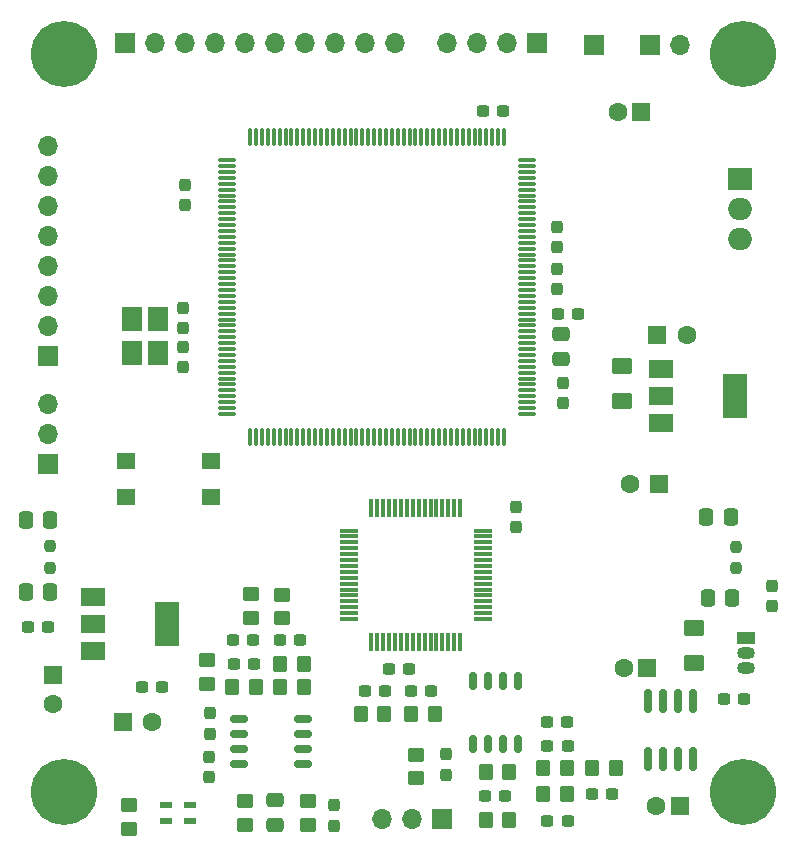
<source format=gts>
G04 #@! TF.GenerationSoftware,KiCad,Pcbnew,7.0.2*
G04 #@! TF.CreationDate,2023-11-02T18:56:16+01:00*
G04 #@! TF.ProjectId,stm_audio_board_V2,73746d5f-6175-4646-996f-5f626f617264,rev?*
G04 #@! TF.SameCoordinates,Original*
G04 #@! TF.FileFunction,Soldermask,Top*
G04 #@! TF.FilePolarity,Negative*
%FSLAX46Y46*%
G04 Gerber Fmt 4.6, Leading zero omitted, Abs format (unit mm)*
G04 Created by KiCad (PCBNEW 7.0.2) date 2023-11-02 18:56:16*
%MOMM*%
%LPD*%
G01*
G04 APERTURE LIST*
G04 Aperture macros list*
%AMRoundRect*
0 Rectangle with rounded corners*
0 $1 Rounding radius*
0 $2 $3 $4 $5 $6 $7 $8 $9 X,Y pos of 4 corners*
0 Add a 4 corners polygon primitive as box body*
4,1,4,$2,$3,$4,$5,$6,$7,$8,$9,$2,$3,0*
0 Add four circle primitives for the rounded corners*
1,1,$1+$1,$2,$3*
1,1,$1+$1,$4,$5*
1,1,$1+$1,$6,$7*
1,1,$1+$1,$8,$9*
0 Add four rect primitives between the rounded corners*
20,1,$1+$1,$2,$3,$4,$5,0*
20,1,$1+$1,$4,$5,$6,$7,0*
20,1,$1+$1,$6,$7,$8,$9,0*
20,1,$1+$1,$8,$9,$2,$3,0*%
G04 Aperture macros list end*
%ADD10R,1.725000X2.100000*%
%ADD11RoundRect,0.237500X0.300000X0.237500X-0.300000X0.237500X-0.300000X-0.237500X0.300000X-0.237500X0*%
%ADD12RoundRect,0.250000X-0.350000X-0.450000X0.350000X-0.450000X0.350000X0.450000X-0.350000X0.450000X0*%
%ADD13RoundRect,0.237500X0.237500X-0.300000X0.237500X0.300000X-0.237500X0.300000X-0.237500X-0.300000X0*%
%ADD14RoundRect,0.237500X-0.237500X0.300000X-0.237500X-0.300000X0.237500X-0.300000X0.237500X0.300000X0*%
%ADD15C,5.600000*%
%ADD16R,2.000000X1.905000*%
%ADD17O,2.000000X1.905000*%
%ADD18RoundRect,0.250000X0.337500X0.475000X-0.337500X0.475000X-0.337500X-0.475000X0.337500X-0.475000X0*%
%ADD19R,1.500000X1.050000*%
%ADD20O,1.500000X1.050000*%
%ADD21RoundRect,0.150000X0.625000X0.150000X-0.625000X0.150000X-0.625000X-0.150000X0.625000X-0.150000X0*%
%ADD22RoundRect,0.150000X-0.150000X0.625000X-0.150000X-0.625000X0.150000X-0.625000X0.150000X0.625000X0*%
%ADD23RoundRect,0.250001X-0.624999X0.462499X-0.624999X-0.462499X0.624999X-0.462499X0.624999X0.462499X0*%
%ADD24RoundRect,0.237500X-0.300000X-0.237500X0.300000X-0.237500X0.300000X0.237500X-0.300000X0.237500X0*%
%ADD25R,1.700000X1.700000*%
%ADD26RoundRect,0.075000X-0.675000X-0.075000X0.675000X-0.075000X0.675000X0.075000X-0.675000X0.075000X0*%
%ADD27RoundRect,0.075000X-0.075000X-0.675000X0.075000X-0.675000X0.075000X0.675000X-0.075000X0.675000X0*%
%ADD28O,1.700000X1.700000*%
%ADD29R,1.600000X1.400000*%
%ADD30RoundRect,0.250000X0.450000X-0.350000X0.450000X0.350000X-0.450000X0.350000X-0.450000X-0.350000X0*%
%ADD31RoundRect,0.250000X-0.450000X0.350000X-0.450000X-0.350000X0.450000X-0.350000X0.450000X0.350000X0*%
%ADD32RoundRect,0.237500X-0.237500X0.250000X-0.237500X-0.250000X0.237500X-0.250000X0.237500X0.250000X0*%
%ADD33RoundRect,0.250000X0.350000X0.450000X-0.350000X0.450000X-0.350000X-0.450000X0.350000X-0.450000X0*%
%ADD34R,1.000000X0.600000*%
%ADD35RoundRect,0.150000X-0.150000X0.825000X-0.150000X-0.825000X0.150000X-0.825000X0.150000X0.825000X0*%
%ADD36RoundRect,0.075000X0.700000X0.075000X-0.700000X0.075000X-0.700000X-0.075000X0.700000X-0.075000X0*%
%ADD37RoundRect,0.075000X0.075000X0.700000X-0.075000X0.700000X-0.075000X-0.700000X0.075000X-0.700000X0*%
%ADD38RoundRect,0.250000X0.475000X-0.337500X0.475000X0.337500X-0.475000X0.337500X-0.475000X-0.337500X0*%
%ADD39R,2.000000X1.500000*%
%ADD40R,2.000000X3.800000*%
%ADD41RoundRect,0.250000X-0.475000X0.337500X-0.475000X-0.337500X0.475000X-0.337500X0.475000X0.337500X0*%
%ADD42R,1.600000X1.600000*%
%ADD43C,1.600000*%
G04 APERTURE END LIST*
D10*
X193405000Y-72284000D03*
X193405000Y-75184000D03*
X195580000Y-75184000D03*
X195580000Y-72284000D03*
D11*
X203714346Y-101487000D03*
X201989346Y-101487000D03*
X224819500Y-54687000D03*
X223094500Y-54687000D03*
D12*
X205931000Y-103457000D03*
X207931000Y-103457000D03*
D13*
X219953000Y-110885500D03*
X219953000Y-109160500D03*
D14*
X199959568Y-105676500D03*
X199959568Y-107401500D03*
D15*
X245099000Y-112333000D03*
D13*
X197859000Y-62687500D03*
X197859000Y-60962500D03*
D14*
X210495000Y-113462500D03*
X210495000Y-115187500D03*
D16*
X244877000Y-60471000D03*
D17*
X244877000Y-63011000D03*
X244877000Y-65551000D03*
D11*
X230247500Y-108421000D03*
X228522500Y-108421000D03*
D18*
X244058500Y-89057000D03*
X241983500Y-89057000D03*
D11*
X207593500Y-99455000D03*
X205868500Y-99455000D03*
D12*
X232353000Y-110313000D03*
X234353000Y-110313000D03*
D19*
X245325000Y-99275000D03*
D20*
X245325000Y-100545000D03*
X245325000Y-101815000D03*
D13*
X225843000Y-89913500D03*
X225843000Y-88188500D03*
D21*
X207822000Y-109986000D03*
X207822000Y-108716000D03*
X207822000Y-107446000D03*
X207822000Y-106176000D03*
X202472000Y-106176000D03*
X202472000Y-107446000D03*
X202472000Y-108716000D03*
X202472000Y-109986000D03*
D14*
X229355000Y-68074500D03*
X229355000Y-69799500D03*
D22*
X226018000Y-102934000D03*
X224748000Y-102934000D03*
X223478000Y-102934000D03*
X222208000Y-102934000D03*
X222208000Y-108284000D03*
X223478000Y-108284000D03*
X224748000Y-108284000D03*
X226018000Y-108284000D03*
D23*
X234875000Y-76256500D03*
X234875000Y-79231500D03*
D11*
X186259500Y-98365000D03*
X184534500Y-98365000D03*
D24*
X194186500Y-103475000D03*
X195911500Y-103475000D03*
D11*
X203648654Y-99455000D03*
X201923654Y-99455000D03*
D25*
X232457000Y-49069000D03*
D13*
X247555000Y-96629976D03*
X247555000Y-94904976D03*
D26*
X201447000Y-58846000D03*
X201447000Y-59346000D03*
X201447000Y-59846000D03*
X201447000Y-60346000D03*
X201447000Y-60846000D03*
X201447000Y-61346000D03*
X201447000Y-61846000D03*
X201447000Y-62346000D03*
X201447000Y-62846000D03*
X201447000Y-63346000D03*
X201447000Y-63846000D03*
X201447000Y-64346000D03*
X201447000Y-64846000D03*
X201447000Y-65346000D03*
X201447000Y-65846000D03*
X201447000Y-66346000D03*
X201447000Y-66846000D03*
X201447000Y-67346000D03*
X201447000Y-67846000D03*
X201447000Y-68346000D03*
X201447000Y-68846000D03*
X201447000Y-69346000D03*
X201447000Y-69846000D03*
X201447000Y-70346000D03*
X201447000Y-70846000D03*
X201447000Y-71346000D03*
X201447000Y-71846000D03*
X201447000Y-72346000D03*
X201447000Y-72846000D03*
X201447000Y-73346000D03*
X201447000Y-73846000D03*
X201447000Y-74346000D03*
X201447000Y-74846000D03*
X201447000Y-75346000D03*
X201447000Y-75846000D03*
X201447000Y-76346000D03*
X201447000Y-76846000D03*
X201447000Y-77346000D03*
X201447000Y-77846000D03*
X201447000Y-78346000D03*
X201447000Y-78846000D03*
X201447000Y-79346000D03*
X201447000Y-79846000D03*
X201447000Y-80346000D03*
D27*
X203372000Y-82271000D03*
X203872000Y-82271000D03*
X204372000Y-82271000D03*
X204872000Y-82271000D03*
X205372000Y-82271000D03*
X205872000Y-82271000D03*
X206372000Y-82271000D03*
X206872000Y-82271000D03*
X207372000Y-82271000D03*
X207872000Y-82271000D03*
X208372000Y-82271000D03*
X208872000Y-82271000D03*
X209372000Y-82271000D03*
X209872000Y-82271000D03*
X210372000Y-82271000D03*
X210872000Y-82271000D03*
X211372000Y-82271000D03*
X211872000Y-82271000D03*
X212372000Y-82271000D03*
X212872000Y-82271000D03*
X213372000Y-82271000D03*
X213872000Y-82271000D03*
X214372000Y-82271000D03*
X214872000Y-82271000D03*
X215372000Y-82271000D03*
X215872000Y-82271000D03*
X216372000Y-82271000D03*
X216872000Y-82271000D03*
X217372000Y-82271000D03*
X217872000Y-82271000D03*
X218372000Y-82271000D03*
X218872000Y-82271000D03*
X219372000Y-82271000D03*
X219872000Y-82271000D03*
X220372000Y-82271000D03*
X220872000Y-82271000D03*
X221372000Y-82271000D03*
X221872000Y-82271000D03*
X222372000Y-82271000D03*
X222872000Y-82271000D03*
X223372000Y-82271000D03*
X223872000Y-82271000D03*
X224372000Y-82271000D03*
X224872000Y-82271000D03*
D26*
X226797000Y-80346000D03*
X226797000Y-79846000D03*
X226797000Y-79346000D03*
X226797000Y-78846000D03*
X226797000Y-78346000D03*
X226797000Y-77846000D03*
X226797000Y-77346000D03*
X226797000Y-76846000D03*
X226797000Y-76346000D03*
X226797000Y-75846000D03*
X226797000Y-75346000D03*
X226797000Y-74846000D03*
X226797000Y-74346000D03*
X226797000Y-73846000D03*
X226797000Y-73346000D03*
X226797000Y-72846000D03*
X226797000Y-72346000D03*
X226797000Y-71846000D03*
X226797000Y-71346000D03*
X226797000Y-70846000D03*
X226797000Y-70346000D03*
X226797000Y-69846000D03*
X226797000Y-69346000D03*
X226797000Y-68846000D03*
X226797000Y-68346000D03*
X226797000Y-67846000D03*
X226797000Y-67346000D03*
X226797000Y-66846000D03*
X226797000Y-66346000D03*
X226797000Y-65846000D03*
X226797000Y-65346000D03*
X226797000Y-64846000D03*
X226797000Y-64346000D03*
X226797000Y-63846000D03*
X226797000Y-63346000D03*
X226797000Y-62846000D03*
X226797000Y-62346000D03*
X226797000Y-61846000D03*
X226797000Y-61346000D03*
X226797000Y-60846000D03*
X226797000Y-60346000D03*
X226797000Y-59846000D03*
X226797000Y-59346000D03*
X226797000Y-58846000D03*
D27*
X224872000Y-56921000D03*
X224372000Y-56921000D03*
X223872000Y-56921000D03*
X223372000Y-56921000D03*
X222872000Y-56921000D03*
X222372000Y-56921000D03*
X221872000Y-56921000D03*
X221372000Y-56921000D03*
X220872000Y-56921000D03*
X220372000Y-56921000D03*
X219872000Y-56921000D03*
X219372000Y-56921000D03*
X218872000Y-56921000D03*
X218372000Y-56921000D03*
X217872000Y-56921000D03*
X217372000Y-56921000D03*
X216872000Y-56921000D03*
X216372000Y-56921000D03*
X215872000Y-56921000D03*
X215372000Y-56921000D03*
X214872000Y-56921000D03*
X214372000Y-56921000D03*
X213872000Y-56921000D03*
X213372000Y-56921000D03*
X212872000Y-56921000D03*
X212372000Y-56921000D03*
X211872000Y-56921000D03*
X211372000Y-56921000D03*
X210872000Y-56921000D03*
X210372000Y-56921000D03*
X209872000Y-56921000D03*
X209372000Y-56921000D03*
X208872000Y-56921000D03*
X208372000Y-56921000D03*
X207872000Y-56921000D03*
X207372000Y-56921000D03*
X206872000Y-56921000D03*
X206372000Y-56921000D03*
X205872000Y-56921000D03*
X205372000Y-56921000D03*
X204872000Y-56921000D03*
X204372000Y-56921000D03*
X203872000Y-56921000D03*
X203372000Y-56921000D03*
D25*
X192739000Y-48975000D03*
D28*
X195279000Y-48975000D03*
X197819000Y-48975000D03*
X200359000Y-48975000D03*
X202899000Y-48975000D03*
X205439000Y-48975000D03*
X207979000Y-48975000D03*
X210519000Y-48975000D03*
X213059000Y-48975000D03*
X215599000Y-48975000D03*
D13*
X197677000Y-73093500D03*
X197677000Y-71368500D03*
D23*
X240937000Y-98493500D03*
X240937000Y-101468500D03*
D14*
X197677000Y-74677834D03*
X197677000Y-76402834D03*
D29*
X192845000Y-84337000D03*
X200045000Y-84337000D03*
X192845000Y-87337000D03*
X200045000Y-87337000D03*
D13*
X229863000Y-79451500D03*
X229863000Y-77726500D03*
X199913000Y-111091500D03*
X199913000Y-109366500D03*
D30*
X202911284Y-115125000D03*
X202911284Y-113125000D03*
D15*
X187599000Y-49887000D03*
D12*
X217007000Y-105741000D03*
X219007000Y-105741000D03*
D31*
X206031000Y-95641580D03*
X206031000Y-97641580D03*
D12*
X205931000Y-101521000D03*
X207931000Y-101521000D03*
X228185000Y-110351000D03*
X230185000Y-110351000D03*
D24*
X229412500Y-71845000D03*
X231137500Y-71845000D03*
D30*
X208254142Y-115125000D03*
X208254142Y-113125000D03*
D11*
X230247500Y-114819000D03*
X228522500Y-114819000D03*
D32*
X186442000Y-91550500D03*
X186442000Y-93375500D03*
D11*
X234015500Y-112533000D03*
X232290500Y-112533000D03*
D15*
X245099000Y-49833000D03*
D33*
X225315000Y-110663000D03*
X223315000Y-110663000D03*
D34*
X196258000Y-113487000D03*
X196258000Y-114787000D03*
X198258000Y-114787000D03*
X198258000Y-113487000D03*
D30*
X199739568Y-103213846D03*
X199739568Y-101213846D03*
D11*
X218697500Y-103759000D03*
X216972500Y-103759000D03*
D31*
X217391000Y-109175000D03*
X217391000Y-111175000D03*
D14*
X229355000Y-64518500D03*
X229355000Y-66243500D03*
D24*
X223252500Y-112709000D03*
X224977500Y-112709000D03*
D15*
X187599000Y-112333000D03*
D18*
X186463500Y-89325000D03*
X184388500Y-89325000D03*
D25*
X186229000Y-84563000D03*
D28*
X186229000Y-82023000D03*
X186229000Y-79483000D03*
D35*
X240834000Y-104616000D03*
X239564000Y-104616000D03*
X238294000Y-104616000D03*
X237024000Y-104616000D03*
X237024000Y-109566000D03*
X238294000Y-109566000D03*
X239564000Y-109566000D03*
X240834000Y-109566000D03*
D25*
X186229000Y-75455000D03*
D28*
X186229000Y-72915000D03*
X186229000Y-70375000D03*
X186229000Y-67835000D03*
X186229000Y-65295000D03*
X186229000Y-62755000D03*
X186229000Y-60215000D03*
X186229000Y-57675000D03*
D36*
X223073000Y-97710000D03*
X223073000Y-97210000D03*
X223073000Y-96710000D03*
X223073000Y-96210000D03*
X223073000Y-95710000D03*
X223073000Y-95210000D03*
X223073000Y-94710000D03*
X223073000Y-94210000D03*
X223073000Y-93710000D03*
X223073000Y-93210000D03*
X223073000Y-92710000D03*
X223073000Y-92210000D03*
X223073000Y-91710000D03*
X223073000Y-91210000D03*
X223073000Y-90710000D03*
X223073000Y-90210000D03*
D37*
X221148000Y-88285000D03*
X220648000Y-88285000D03*
X220148000Y-88285000D03*
X219648000Y-88285000D03*
X219148000Y-88285000D03*
X218648000Y-88285000D03*
X218148000Y-88285000D03*
X217648000Y-88285000D03*
X217148000Y-88285000D03*
X216648000Y-88285000D03*
X216148000Y-88285000D03*
X215648000Y-88285000D03*
X215148000Y-88285000D03*
X214648000Y-88285000D03*
X214148000Y-88285000D03*
X213648000Y-88285000D03*
D36*
X211723000Y-90210000D03*
X211723000Y-90710000D03*
X211723000Y-91210000D03*
X211723000Y-91710000D03*
X211723000Y-92210000D03*
X211723000Y-92710000D03*
X211723000Y-93210000D03*
X211723000Y-93710000D03*
X211723000Y-94210000D03*
X211723000Y-94710000D03*
X211723000Y-95210000D03*
X211723000Y-95710000D03*
X211723000Y-96210000D03*
X211723000Y-96710000D03*
X211723000Y-97210000D03*
X211723000Y-97710000D03*
D37*
X213648000Y-99635000D03*
X214148000Y-99635000D03*
X214648000Y-99635000D03*
X215148000Y-99635000D03*
X215648000Y-99635000D03*
X216148000Y-99635000D03*
X216648000Y-99635000D03*
X217148000Y-99635000D03*
X217648000Y-99635000D03*
X218148000Y-99635000D03*
X218648000Y-99635000D03*
X219148000Y-99635000D03*
X219648000Y-99635000D03*
X220148000Y-99635000D03*
X220648000Y-99635000D03*
X221148000Y-99635000D03*
D31*
X193109000Y-113441000D03*
X193109000Y-115441000D03*
D38*
X205472426Y-115132500D03*
X205472426Y-113057500D03*
D31*
X203486154Y-95599000D03*
X203486154Y-97599000D03*
D18*
X186463500Y-95451000D03*
X184388500Y-95451000D03*
D24*
X215092500Y-101951000D03*
X216817500Y-101951000D03*
D33*
X214723000Y-105741000D03*
X212723000Y-105741000D03*
D11*
X214785500Y-103759000D03*
X213060500Y-103759000D03*
X245207500Y-104463000D03*
X243482500Y-104463000D03*
D18*
X244172500Y-95885000D03*
X242097500Y-95885000D03*
D33*
X230185000Y-112539000D03*
X228185000Y-112539000D03*
D32*
X244545000Y-91580500D03*
X244545000Y-93405500D03*
D39*
X238144000Y-76546000D03*
X238144000Y-78846000D03*
D40*
X244444000Y-78846000D03*
D39*
X238144000Y-81146000D03*
X190075000Y-95813000D03*
X190075000Y-98113000D03*
D40*
X196375000Y-98113000D03*
D39*
X190075000Y-100413000D03*
D33*
X203842136Y-103457000D03*
X201842136Y-103457000D03*
D25*
X237187000Y-49127000D03*
D28*
X239727000Y-49127000D03*
D41*
X229684000Y-73592500D03*
X229684000Y-75667500D03*
D25*
X227633000Y-48975000D03*
D28*
X225093000Y-48975000D03*
X222553000Y-48975000D03*
X220013000Y-48975000D03*
D25*
X219613000Y-114601000D03*
D28*
X217073000Y-114601000D03*
X214533000Y-114601000D03*
D12*
X223315000Y-114713000D03*
X225315000Y-114713000D03*
D24*
X228514500Y-106389000D03*
X230239500Y-106389000D03*
D42*
X236498241Y-54733000D03*
D43*
X234498241Y-54733000D03*
D42*
X192583000Y-106401759D03*
D43*
X195083000Y-106401759D03*
D42*
X186714241Y-102437000D03*
D43*
X186714241Y-104937000D03*
D42*
X237843000Y-73635759D03*
D43*
X240343000Y-73635759D03*
D42*
X237006241Y-101881000D03*
D43*
X235006241Y-101881000D03*
D42*
X239773000Y-113562241D03*
D43*
X237773000Y-113562241D03*
D42*
X238022241Y-86229000D03*
D43*
X235522241Y-86229000D03*
M02*

</source>
